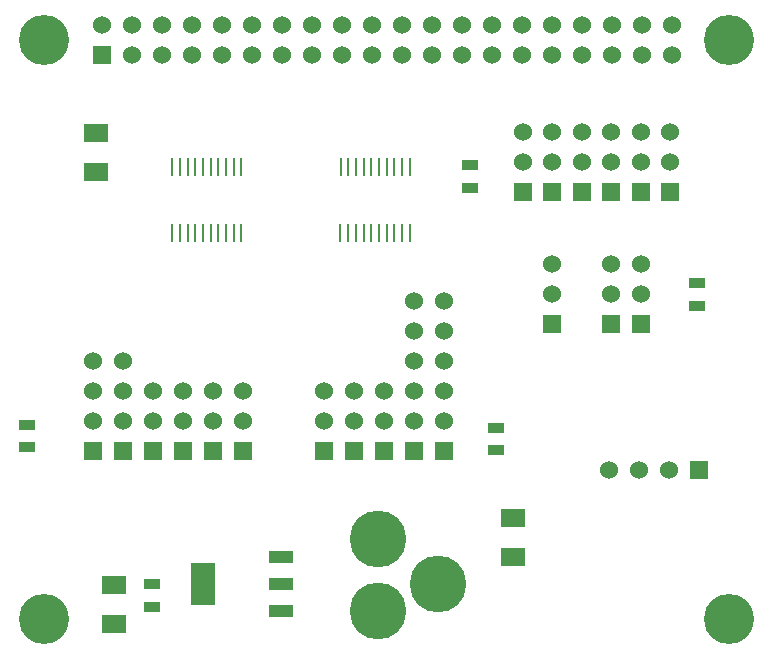
<source format=gts>
G04 (created by PCBNEW (2013-05-31 BZR 4019)-stable) date 7/18/2014 6:41:03 PM*
%MOIN*%
G04 Gerber Fmt 3.4, Leading zero omitted, Abs format*
%FSLAX34Y34*%
G01*
G70*
G90*
G04 APERTURE LIST*
%ADD10C,0.00590551*%
%ADD11R,0.06X0.06*%
%ADD12C,0.06*%
%ADD13R,0.08X0.06*%
%ADD14R,0.00984252X0.0610236*%
%ADD15R,0.08X0.144*%
%ADD16R,0.08X0.04*%
%ADD17C,0.189*%
%ADD18R,0.055X0.035*%
%ADD19C,0.167*%
G04 APERTURE END LIST*
G54D10*
G54D11*
X4007Y-15070D03*
G54D12*
X4007Y-14070D03*
X4007Y-13070D03*
X4007Y-12070D03*
G54D11*
X5007Y-15070D03*
G54D12*
X5007Y-14070D03*
X5007Y-13070D03*
G54D11*
X7007Y-15070D03*
G54D12*
X7007Y-14070D03*
X7007Y-13070D03*
G54D11*
X10696Y-15070D03*
G54D12*
X10696Y-14070D03*
X10696Y-13070D03*
G54D11*
X12696Y-15070D03*
G54D12*
X12696Y-14070D03*
X12696Y-13070D03*
G54D11*
X8007Y-15070D03*
G54D12*
X8007Y-14070D03*
X8007Y-13070D03*
G54D11*
X11696Y-15070D03*
G54D12*
X11696Y-14070D03*
X11696Y-13070D03*
G54D11*
X14696Y-15070D03*
G54D12*
X14696Y-14070D03*
X14696Y-13070D03*
X14696Y-12070D03*
X14696Y-11070D03*
X14696Y-10070D03*
G54D13*
X17000Y-18600D03*
X17000Y-17300D03*
G54D11*
X3007Y-15070D03*
G54D12*
X3007Y-14070D03*
X3007Y-13070D03*
X3007Y-12070D03*
G54D11*
X6007Y-15070D03*
G54D12*
X6007Y-14070D03*
X6007Y-13070D03*
G54D11*
X13696Y-15070D03*
G54D12*
X13696Y-14070D03*
X13696Y-13070D03*
X13696Y-12070D03*
X13696Y-11070D03*
X13696Y-10070D03*
G54D14*
X11240Y-7795D03*
X11505Y-7795D03*
X11761Y-7795D03*
X12017Y-7795D03*
X12273Y-7795D03*
X12529Y-7795D03*
X12785Y-7795D03*
X13041Y-7795D03*
X13297Y-7795D03*
X13553Y-7795D03*
X13553Y-5590D03*
X13297Y-5590D03*
X13041Y-5590D03*
X12785Y-5590D03*
X12529Y-5590D03*
X12273Y-5590D03*
X12017Y-5590D03*
X11761Y-5590D03*
X11505Y-5590D03*
X11250Y-5590D03*
X5629Y-7795D03*
X5895Y-7795D03*
X6151Y-7795D03*
X6407Y-7795D03*
X6663Y-7795D03*
X6919Y-7795D03*
X7175Y-7795D03*
X7431Y-7795D03*
X7687Y-7795D03*
X7942Y-7795D03*
X7942Y-5590D03*
X7687Y-5590D03*
X7431Y-5590D03*
X7175Y-5590D03*
X6919Y-5590D03*
X6663Y-5590D03*
X6407Y-5590D03*
X6151Y-5590D03*
X5895Y-5590D03*
X5639Y-5590D03*
G54D15*
X6650Y-19500D03*
G54D16*
X9250Y-19500D03*
X9250Y-18600D03*
X9250Y-20400D03*
G54D13*
X3691Y-20817D03*
X3691Y-19517D03*
X3090Y-4468D03*
X3090Y-5768D03*
G54D11*
X23200Y-15700D03*
G54D12*
X22200Y-15700D03*
X21200Y-15700D03*
X20200Y-15700D03*
G54D17*
X12500Y-20400D03*
X12500Y-18000D03*
X14500Y-19500D03*
G54D18*
X4971Y-20246D03*
X4971Y-19496D03*
X15551Y-5530D03*
X15551Y-6280D03*
X23129Y-9467D03*
X23129Y-10217D03*
X787Y-14941D03*
X787Y-14191D03*
X16437Y-15040D03*
X16437Y-14290D03*
G54D11*
X17322Y-6413D03*
G54D12*
X17322Y-5413D03*
X17322Y-4413D03*
G54D11*
X18307Y-6413D03*
G54D12*
X18307Y-5413D03*
X18307Y-4413D03*
G54D11*
X19291Y-6413D03*
G54D12*
X19291Y-5413D03*
X19291Y-4413D03*
G54D11*
X20275Y-6413D03*
G54D12*
X20275Y-5413D03*
X20275Y-4413D03*
G54D11*
X21259Y-6413D03*
G54D12*
X21259Y-5413D03*
X21259Y-4413D03*
G54D11*
X18307Y-10842D03*
G54D12*
X18307Y-9842D03*
X18307Y-8842D03*
G54D11*
X20275Y-10842D03*
G54D12*
X20275Y-9842D03*
X20275Y-8842D03*
G54D11*
X21259Y-10842D03*
G54D12*
X21259Y-9842D03*
X21259Y-8842D03*
G54D11*
X22244Y-6413D03*
G54D12*
X22244Y-5413D03*
X22244Y-4413D03*
G54D11*
X3295Y-1877D03*
G54D12*
X3295Y-877D03*
X8295Y-1877D03*
X4295Y-877D03*
X9295Y-1877D03*
X5295Y-877D03*
X10295Y-1877D03*
X6295Y-877D03*
X11295Y-1877D03*
X7295Y-877D03*
X12295Y-1877D03*
X8295Y-877D03*
X13295Y-1877D03*
X9295Y-877D03*
X14295Y-1877D03*
X10295Y-877D03*
X15295Y-1877D03*
X11295Y-877D03*
X16295Y-1877D03*
X12295Y-877D03*
X17295Y-1877D03*
X13295Y-877D03*
X18295Y-1877D03*
X14295Y-877D03*
X15295Y-877D03*
X19295Y-1877D03*
X16295Y-877D03*
X18295Y-877D03*
X19295Y-877D03*
X20295Y-877D03*
X21295Y-877D03*
X20295Y-1877D03*
X21295Y-1877D03*
X4295Y-1877D03*
X5295Y-1877D03*
X6295Y-1877D03*
X7295Y-1877D03*
X22295Y-1877D03*
X22295Y-877D03*
X17295Y-877D03*
G54D19*
X24212Y-20669D03*
X1377Y-20669D03*
X24212Y-1377D03*
X1377Y-1377D03*
M02*

</source>
